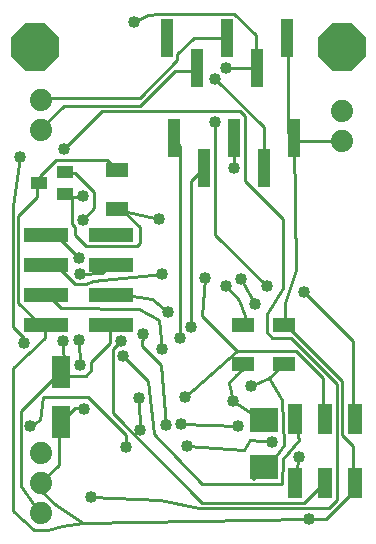
<source format=gbl>
G75*
%MOIN*%
%OFA0B0*%
%FSLAX25Y25*%
%IPPOS*%
%LPD*%
%AMOC8*
5,1,8,0,0,1.08239X$1,22.5*
%
%ADD10R,0.07500X0.05000*%
%ADD11R,0.09449X0.07874*%
%ADD12R,0.05000X0.10000*%
%ADD13C,0.07400*%
%ADD14R,0.05512X0.03937*%
%ADD15R,0.15000X0.05000*%
%ADD16R,0.06299X0.11000*%
%ADD17R,0.04000X0.13000*%
%ADD18C,0.01000*%
%ADD19C,0.04000*%
%ADD20OC8,0.15811*%
D10*
X0094060Y0063768D03*
X0094060Y0076768D03*
X0107840Y0076768D03*
X0107840Y0063768D03*
X0052328Y0115343D03*
X0052328Y0128343D03*
D11*
X0101147Y0045071D03*
X0101147Y0029323D03*
D12*
X0111619Y0024126D03*
X0121619Y0024126D03*
X0131619Y0024126D03*
X0131619Y0045622D03*
X0121619Y0045622D03*
X0111619Y0045622D03*
D13*
X0127131Y0137984D03*
X0127131Y0147984D03*
X0026737Y0151921D03*
X0026737Y0141921D03*
X0026737Y0033969D03*
X0026737Y0023969D03*
X0026737Y0013969D03*
D14*
X0035005Y0120465D03*
X0035005Y0127945D03*
X0026344Y0124205D03*
D15*
X0028706Y0106961D03*
X0028706Y0096961D03*
X0028706Y0086961D03*
X0028706Y0076961D03*
X0050306Y0076961D03*
X0050306Y0086961D03*
X0050306Y0096961D03*
X0050306Y0106961D03*
D16*
X0033430Y0061213D03*
X0033430Y0044307D03*
D17*
X0081265Y0129047D03*
X0071265Y0139047D03*
X0091265Y0139047D03*
X0101265Y0129047D03*
X0111265Y0139047D03*
X0098903Y0162512D03*
X0088903Y0172512D03*
X0078903Y0162512D03*
X0068903Y0172512D03*
X0108903Y0172512D03*
D18*
X0017571Y0062626D02*
X0017571Y0014926D01*
X0024658Y0008626D01*
X0029158Y0008626D01*
X0033826Y0009751D01*
X0040913Y0010651D01*
X0116177Y0012226D01*
X0121858Y0012226D01*
X0130858Y0021226D01*
X0130858Y0023926D01*
X0131619Y0024126D01*
X0130858Y0024826D01*
X0130858Y0036526D01*
X0127258Y0040126D01*
X0127258Y0058126D01*
X0108358Y0077026D01*
X0107840Y0076768D01*
X0108358Y0077026D02*
X0108358Y0084226D01*
X0111845Y0095194D01*
X0111058Y0138226D01*
X0111265Y0139047D01*
X0111958Y0138226D01*
X0126358Y0138226D01*
X0127131Y0137984D01*
X0111265Y0139047D02*
X0111058Y0139126D01*
X0109258Y0140926D01*
X0109258Y0172426D01*
X0108903Y0172512D01*
X0098458Y0173326D02*
X0098458Y0162526D01*
X0098903Y0162512D01*
X0098458Y0162526D02*
X0088558Y0162526D01*
X0084958Y0158926D02*
X0101158Y0142726D01*
X0101158Y0129226D01*
X0101265Y0129047D01*
X0094858Y0124726D02*
X0094858Y0146326D01*
X0093058Y0148126D01*
X0047158Y0148126D01*
X0034558Y0135526D01*
X0031858Y0131926D02*
X0048958Y0131926D01*
X0051658Y0129226D01*
X0052328Y0128343D01*
X0044458Y0121126D02*
X0044458Y0115726D01*
X0040858Y0111732D01*
X0038158Y0109426D02*
X0037258Y0110326D01*
X0037258Y0119326D01*
X0035005Y0120465D01*
X0035458Y0120226D01*
X0036358Y0119326D01*
X0037258Y0119326D01*
X0040858Y0119720D01*
X0044458Y0121126D02*
X0038158Y0127426D01*
X0035458Y0127426D01*
X0035005Y0127945D01*
X0031858Y0131926D02*
X0026458Y0126526D01*
X0026458Y0124726D01*
X0026344Y0124205D01*
X0025558Y0123826D01*
X0025558Y0119326D01*
X0019258Y0113026D01*
X0019258Y0084226D01*
X0026458Y0077026D01*
X0028258Y0077026D01*
X0028706Y0076961D01*
X0028258Y0076126D01*
X0028258Y0072526D01*
X0017571Y0062626D01*
X0021058Y0070726D02*
X0021058Y0072526D01*
X0017458Y0076126D01*
X0017458Y0116626D01*
X0019877Y0132824D01*
X0026737Y0141921D02*
X0027358Y0142726D01*
X0034558Y0149926D01*
X0059758Y0149926D01*
X0071458Y0161626D01*
X0078658Y0161626D01*
X0078903Y0162512D01*
X0072358Y0165226D02*
X0059758Y0152626D01*
X0027358Y0152626D01*
X0026737Y0151921D01*
X0057845Y0177713D02*
X0062458Y0180076D01*
X0066058Y0180526D01*
X0091258Y0180526D01*
X0098458Y0173326D01*
X0088903Y0172512D02*
X0088558Y0172426D01*
X0077758Y0172426D01*
X0072358Y0167026D01*
X0072358Y0165226D01*
X0084958Y0144526D02*
X0084958Y0106726D01*
X0102283Y0089794D01*
X0098064Y0083889D02*
X0093452Y0092045D01*
X0088445Y0089683D02*
X0093002Y0085126D01*
X0095758Y0077026D01*
X0094060Y0076768D01*
X0102058Y0074326D02*
X0102058Y0080626D01*
X0107458Y0089176D01*
X0107458Y0112126D01*
X0094858Y0124726D01*
X0091258Y0129226D02*
X0091258Y0138226D01*
X0091265Y0139047D01*
X0081265Y0129047D02*
X0080458Y0128326D01*
X0076858Y0124726D01*
X0076858Y0076126D01*
X0080458Y0079726D02*
X0092158Y0068026D01*
X0111958Y0068026D01*
X0120958Y0059026D01*
X0120958Y0046426D01*
X0121619Y0045622D01*
X0111058Y0045526D02*
X0113026Y0038326D01*
X0107514Y0032026D01*
X0107120Y0023645D01*
X0103858Y0023926D01*
X0080458Y0023926D01*
X0064426Y0040351D01*
X0062458Y0058126D01*
X0054358Y0066620D01*
X0050758Y0068926D02*
X0053458Y0071626D01*
X0049858Y0070726D02*
X0043558Y0064426D01*
X0043558Y0061726D01*
X0041758Y0059926D01*
X0034558Y0059926D01*
X0033658Y0060826D01*
X0033430Y0061213D01*
X0032758Y0060826D01*
X0020158Y0048226D01*
X0020158Y0023026D01*
X0024489Y0016726D01*
X0026458Y0014026D01*
X0026737Y0013969D01*
X0031858Y0016726D02*
X0027358Y0021226D01*
X0027358Y0023926D01*
X0026737Y0023969D01*
X0027358Y0024826D01*
X0032758Y0030226D01*
X0032758Y0043726D01*
X0033430Y0044307D01*
X0033658Y0044626D01*
X0038158Y0049126D01*
X0041252Y0048732D01*
X0042658Y0052726D02*
X0027415Y0052726D01*
X0026514Y0045132D01*
X0023364Y0043051D01*
X0033430Y0061213D02*
X0033658Y0061726D01*
X0034558Y0062626D01*
X0034164Y0071626D01*
X0039564Y0071739D02*
X0039958Y0063526D01*
X0042658Y0052726D02*
X0055258Y0040126D01*
X0055258Y0036245D01*
X0060039Y0041870D02*
X0059645Y0052557D01*
X0068533Y0043445D02*
X0066958Y0063526D01*
X0060658Y0069826D01*
X0061052Y0073820D01*
X0066171Y0078431D02*
X0059420Y0082032D01*
X0033658Y0082426D01*
X0029158Y0086926D01*
X0028706Y0086961D01*
X0038158Y0090526D02*
X0041758Y0090526D01*
X0044233Y0091426D01*
X0067296Y0093788D01*
X0063864Y0085406D02*
X0055258Y0086926D01*
X0050758Y0086926D01*
X0050306Y0086961D01*
X0047158Y0094126D02*
X0049858Y0096826D01*
X0050306Y0096961D01*
X0047158Y0094126D02*
X0039958Y0093732D01*
X0038158Y0090526D02*
X0031858Y0096826D01*
X0029158Y0096826D01*
X0028706Y0096961D01*
X0029158Y0106726D02*
X0028706Y0106961D01*
X0029158Y0106726D02*
X0031858Y0106726D01*
X0039452Y0099132D01*
X0041758Y0103126D02*
X0038158Y0106726D01*
X0038158Y0109426D01*
X0041758Y0103126D02*
X0058858Y0103126D01*
X0059758Y0104026D01*
X0059758Y0109426D01*
X0054358Y0114826D01*
X0052328Y0115343D01*
X0052558Y0114826D01*
X0054358Y0114826D01*
X0066338Y0112239D01*
X0081639Y0092550D02*
X0080458Y0079726D01*
X0073258Y0072526D02*
X0073258Y0136426D01*
X0071458Y0138226D01*
X0071265Y0139047D01*
X0114658Y0087826D02*
X0130858Y0071626D01*
X0130858Y0046426D01*
X0131619Y0045622D01*
X0125458Y0057226D02*
X0110158Y0072526D01*
X0103858Y0072526D01*
X0102058Y0074326D01*
X0107840Y0063768D02*
X0107458Y0063526D01*
X0102901Y0058969D01*
X0096883Y0056494D01*
X0091821Y0059982D02*
X0089683Y0057450D01*
X0090864Y0051320D01*
X0099920Y0045413D01*
X0101147Y0045071D01*
X0103955Y0037827D02*
X0096658Y0038326D01*
X0094408Y0035288D01*
X0075677Y0036469D01*
X0073483Y0043838D02*
X0092439Y0043050D01*
X0103071Y0030789D02*
X0106333Y0034332D01*
X0107739Y0036920D01*
X0107345Y0051769D01*
X0102901Y0058969D01*
X0095758Y0063526D02*
X0094060Y0063768D01*
X0095758Y0063526D02*
X0091821Y0059982D01*
X0092158Y0068026D02*
X0074889Y0052726D01*
X0067352Y0068926D02*
X0066171Y0078431D01*
X0069320Y0081076D02*
X0063864Y0085406D01*
X0050306Y0076961D02*
X0049858Y0076126D01*
X0049858Y0070726D01*
X0050758Y0068926D02*
X0050758Y0047326D01*
X0080458Y0017626D01*
X0114658Y0017626D01*
X0120958Y0023926D01*
X0121619Y0024126D01*
X0125458Y0018526D02*
X0125458Y0057226D01*
X0111619Y0045622D02*
X0111058Y0045526D01*
X0113026Y0032926D02*
X0111058Y0024826D01*
X0111619Y0024126D01*
X0103071Y0030789D02*
X0097671Y0025389D01*
X0101147Y0029323D01*
X0079558Y0015826D02*
X0122758Y0015826D01*
X0125458Y0018526D01*
X0079558Y0015826D02*
X0066564Y0018583D01*
X0043559Y0019371D01*
X0040913Y0010651D02*
X0031858Y0016726D01*
D19*
X0043559Y0019371D03*
X0055258Y0036245D03*
X0060039Y0041870D03*
X0068533Y0043445D03*
X0073483Y0043838D03*
X0075677Y0036469D03*
X0074889Y0052726D03*
X0067352Y0068926D03*
X0073258Y0072526D03*
X0076858Y0076126D03*
X0069320Y0081076D03*
X0061052Y0073820D03*
X0054358Y0066620D03*
X0053458Y0071626D03*
X0039564Y0071739D03*
X0034164Y0071626D03*
X0039958Y0063526D03*
X0041252Y0048732D03*
X0023364Y0043051D03*
X0021058Y0070726D03*
X0039958Y0093732D03*
X0039452Y0099132D03*
X0040858Y0111732D03*
X0040858Y0119720D03*
X0034558Y0135526D03*
X0019877Y0132824D03*
X0057845Y0177713D03*
X0084958Y0158926D03*
X0088558Y0162526D03*
X0084958Y0144526D03*
X0091258Y0129226D03*
X0066338Y0112239D03*
X0067296Y0093788D03*
X0081639Y0092550D03*
X0088445Y0089683D03*
X0093452Y0092045D03*
X0098064Y0083889D03*
X0102283Y0089794D03*
X0114658Y0087826D03*
X0096883Y0056494D03*
X0090864Y0051320D03*
X0092439Y0043050D03*
X0103955Y0037827D03*
X0113026Y0032926D03*
X0116177Y0012226D03*
X0059645Y0052557D03*
D20*
X0024769Y0169480D03*
X0127131Y0169480D03*
M02*

</source>
